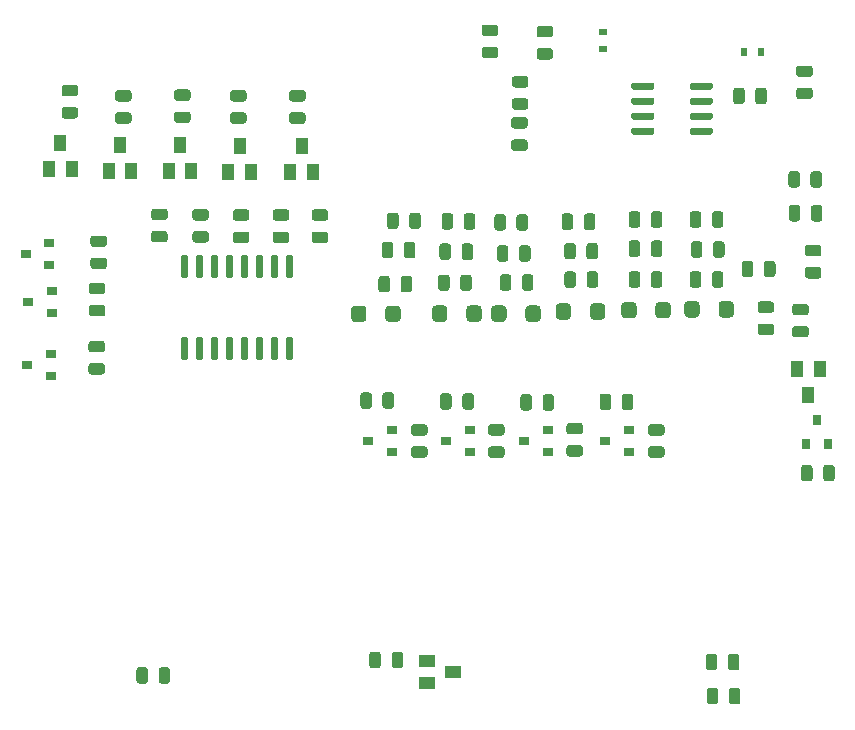
<source format=gbr>
G04 #@! TF.GenerationSoftware,KiCad,Pcbnew,(5.1.6-0-10_14)*
G04 #@! TF.CreationDate,2020-09-03T17:39:19-04:00*
G04 #@! TF.ProjectId,Pufferfish-Interface-2,50756666-6572-4666-9973-682d496e7465,rev?*
G04 #@! TF.SameCoordinates,Original*
G04 #@! TF.FileFunction,Paste,Top*
G04 #@! TF.FilePolarity,Positive*
%FSLAX46Y46*%
G04 Gerber Fmt 4.6, Leading zero omitted, Abs format (unit mm)*
G04 Created by KiCad (PCBNEW (5.1.6-0-10_14)) date 2020-09-03 17:39:19*
%MOMM*%
%LPD*%
G01*
G04 APERTURE LIST*
%ADD10R,0.800000X0.900000*%
%ADD11R,1.000000X1.400000*%
%ADD12R,0.600000X0.700000*%
%ADD13R,0.700000X0.600000*%
%ADD14R,1.400000X1.000000*%
%ADD15R,0.900000X0.800000*%
G04 APERTURE END LIST*
G36*
G01*
X70012500Y-36956250D02*
X70012500Y-36043750D01*
G75*
G02*
X70256250Y-35800000I243750J0D01*
G01*
X70743750Y-35800000D01*
G75*
G02*
X70987500Y-36043750I0J-243750D01*
G01*
X70987500Y-36956250D01*
G75*
G02*
X70743750Y-37200000I-243750J0D01*
G01*
X70256250Y-37200000D01*
G75*
G02*
X70012500Y-36956250I0J243750D01*
G01*
G37*
G36*
G01*
X68137500Y-36956250D02*
X68137500Y-36043750D01*
G75*
G02*
X68381250Y-35800000I243750J0D01*
G01*
X68868750Y-35800000D01*
G75*
G02*
X69112500Y-36043750I0J-243750D01*
G01*
X69112500Y-36956250D01*
G75*
G02*
X68868750Y-37200000I-243750J0D01*
G01*
X68381250Y-37200000D01*
G75*
G02*
X68137500Y-36956250I0J243750D01*
G01*
G37*
D10*
X69500000Y-32000000D03*
X70450000Y-34000000D03*
X68550000Y-34000000D03*
D11*
X68750000Y-29850000D03*
X67800000Y-27650000D03*
X69700000Y-27650000D03*
G36*
G01*
X36900000Y-23375000D02*
X36900000Y-22625000D01*
G75*
G02*
X37225000Y-22300000I325000J0D01*
G01*
X37875000Y-22300000D01*
G75*
G02*
X38200000Y-22625000I0J-325000D01*
G01*
X38200000Y-23375000D01*
G75*
G02*
X37875000Y-23700000I-325000J0D01*
G01*
X37225000Y-23700000D01*
G75*
G02*
X36900000Y-23375000I0J325000D01*
G01*
G37*
G36*
G01*
X39800000Y-23375000D02*
X39800000Y-22625000D01*
G75*
G02*
X40125000Y-22300000I325000J0D01*
G01*
X40775000Y-22300000D01*
G75*
G02*
X41100000Y-22625000I0J-325000D01*
G01*
X41100000Y-23375000D01*
G75*
G02*
X40775000Y-23700000I-325000J0D01*
G01*
X40125000Y-23700000D01*
G75*
G02*
X39800000Y-23375000I0J325000D01*
G01*
G37*
G36*
G01*
X39280000Y-20846250D02*
X39280000Y-19933750D01*
G75*
G02*
X39523750Y-19690000I243750J0D01*
G01*
X40011250Y-19690000D01*
G75*
G02*
X40255000Y-19933750I0J-243750D01*
G01*
X40255000Y-20846250D01*
G75*
G02*
X40011250Y-21090000I-243750J0D01*
G01*
X39523750Y-21090000D01*
G75*
G02*
X39280000Y-20846250I0J243750D01*
G01*
G37*
G36*
G01*
X37405000Y-20846250D02*
X37405000Y-19933750D01*
G75*
G02*
X37648750Y-19690000I243750J0D01*
G01*
X38136250Y-19690000D01*
G75*
G02*
X38380000Y-19933750I0J-243750D01*
G01*
X38380000Y-20846250D01*
G75*
G02*
X38136250Y-21090000I-243750J0D01*
G01*
X37648750Y-21090000D01*
G75*
G02*
X37405000Y-20846250I0J243750D01*
G01*
G37*
G36*
G01*
X38500000Y-17303750D02*
X38500000Y-18216250D01*
G75*
G02*
X38256250Y-18460000I-243750J0D01*
G01*
X37768750Y-18460000D01*
G75*
G02*
X37525000Y-18216250I0J243750D01*
G01*
X37525000Y-17303750D01*
G75*
G02*
X37768750Y-17060000I243750J0D01*
G01*
X38256250Y-17060000D01*
G75*
G02*
X38500000Y-17303750I0J-243750D01*
G01*
G37*
G36*
G01*
X40375000Y-17303750D02*
X40375000Y-18216250D01*
G75*
G02*
X40131250Y-18460000I-243750J0D01*
G01*
X39643750Y-18460000D01*
G75*
G02*
X39400000Y-18216250I0J243750D01*
G01*
X39400000Y-17303750D01*
G75*
G02*
X39643750Y-17060000I243750J0D01*
G01*
X40131250Y-17060000D01*
G75*
G02*
X40375000Y-17303750I0J-243750D01*
G01*
G37*
G36*
G01*
X39578700Y-15640370D02*
X39578700Y-14727870D01*
G75*
G02*
X39822450Y-14484120I243750J0D01*
G01*
X40309950Y-14484120D01*
G75*
G02*
X40553700Y-14727870I0J-243750D01*
G01*
X40553700Y-15640370D01*
G75*
G02*
X40309950Y-15884120I-243750J0D01*
G01*
X39822450Y-15884120D01*
G75*
G02*
X39578700Y-15640370I0J243750D01*
G01*
G37*
G36*
G01*
X37703700Y-15640370D02*
X37703700Y-14727870D01*
G75*
G02*
X37947450Y-14484120I243750J0D01*
G01*
X38434950Y-14484120D01*
G75*
G02*
X38678700Y-14727870I0J-243750D01*
G01*
X38678700Y-15640370D01*
G75*
G02*
X38434950Y-15884120I-243750J0D01*
G01*
X37947450Y-15884120D01*
G75*
G02*
X37703700Y-15640370I0J243750D01*
G01*
G37*
G36*
G01*
X16085960Y-20021780D02*
X15785960Y-20021780D01*
G75*
G02*
X15635960Y-19871780I0J150000D01*
G01*
X15635960Y-18196780D01*
G75*
G02*
X15785960Y-18046780I150000J0D01*
G01*
X16085960Y-18046780D01*
G75*
G02*
X16235960Y-18196780I0J-150000D01*
G01*
X16235960Y-19871780D01*
G75*
G02*
X16085960Y-20021780I-150000J0D01*
G01*
G37*
G36*
G01*
X17355960Y-20021780D02*
X17055960Y-20021780D01*
G75*
G02*
X16905960Y-19871780I0J150000D01*
G01*
X16905960Y-18196780D01*
G75*
G02*
X17055960Y-18046780I150000J0D01*
G01*
X17355960Y-18046780D01*
G75*
G02*
X17505960Y-18196780I0J-150000D01*
G01*
X17505960Y-19871780D01*
G75*
G02*
X17355960Y-20021780I-150000J0D01*
G01*
G37*
G36*
G01*
X18625960Y-20021780D02*
X18325960Y-20021780D01*
G75*
G02*
X18175960Y-19871780I0J150000D01*
G01*
X18175960Y-18196780D01*
G75*
G02*
X18325960Y-18046780I150000J0D01*
G01*
X18625960Y-18046780D01*
G75*
G02*
X18775960Y-18196780I0J-150000D01*
G01*
X18775960Y-19871780D01*
G75*
G02*
X18625960Y-20021780I-150000J0D01*
G01*
G37*
G36*
G01*
X19895960Y-20021780D02*
X19595960Y-20021780D01*
G75*
G02*
X19445960Y-19871780I0J150000D01*
G01*
X19445960Y-18196780D01*
G75*
G02*
X19595960Y-18046780I150000J0D01*
G01*
X19895960Y-18046780D01*
G75*
G02*
X20045960Y-18196780I0J-150000D01*
G01*
X20045960Y-19871780D01*
G75*
G02*
X19895960Y-20021780I-150000J0D01*
G01*
G37*
G36*
G01*
X21165960Y-20021780D02*
X20865960Y-20021780D01*
G75*
G02*
X20715960Y-19871780I0J150000D01*
G01*
X20715960Y-18196780D01*
G75*
G02*
X20865960Y-18046780I150000J0D01*
G01*
X21165960Y-18046780D01*
G75*
G02*
X21315960Y-18196780I0J-150000D01*
G01*
X21315960Y-19871780D01*
G75*
G02*
X21165960Y-20021780I-150000J0D01*
G01*
G37*
G36*
G01*
X22435960Y-20021780D02*
X22135960Y-20021780D01*
G75*
G02*
X21985960Y-19871780I0J150000D01*
G01*
X21985960Y-18196780D01*
G75*
G02*
X22135960Y-18046780I150000J0D01*
G01*
X22435960Y-18046780D01*
G75*
G02*
X22585960Y-18196780I0J-150000D01*
G01*
X22585960Y-19871780D01*
G75*
G02*
X22435960Y-20021780I-150000J0D01*
G01*
G37*
G36*
G01*
X23705960Y-20021780D02*
X23405960Y-20021780D01*
G75*
G02*
X23255960Y-19871780I0J150000D01*
G01*
X23255960Y-18196780D01*
G75*
G02*
X23405960Y-18046780I150000J0D01*
G01*
X23705960Y-18046780D01*
G75*
G02*
X23855960Y-18196780I0J-150000D01*
G01*
X23855960Y-19871780D01*
G75*
G02*
X23705960Y-20021780I-150000J0D01*
G01*
G37*
G36*
G01*
X24975960Y-20021780D02*
X24675960Y-20021780D01*
G75*
G02*
X24525960Y-19871780I0J150000D01*
G01*
X24525960Y-18196780D01*
G75*
G02*
X24675960Y-18046780I150000J0D01*
G01*
X24975960Y-18046780D01*
G75*
G02*
X25125960Y-18196780I0J-150000D01*
G01*
X25125960Y-19871780D01*
G75*
G02*
X24975960Y-20021780I-150000J0D01*
G01*
G37*
G36*
G01*
X24975960Y-26946780D02*
X24675960Y-26946780D01*
G75*
G02*
X24525960Y-26796780I0J150000D01*
G01*
X24525960Y-25121780D01*
G75*
G02*
X24675960Y-24971780I150000J0D01*
G01*
X24975960Y-24971780D01*
G75*
G02*
X25125960Y-25121780I0J-150000D01*
G01*
X25125960Y-26796780D01*
G75*
G02*
X24975960Y-26946780I-150000J0D01*
G01*
G37*
G36*
G01*
X23705960Y-26946780D02*
X23405960Y-26946780D01*
G75*
G02*
X23255960Y-26796780I0J150000D01*
G01*
X23255960Y-25121780D01*
G75*
G02*
X23405960Y-24971780I150000J0D01*
G01*
X23705960Y-24971780D01*
G75*
G02*
X23855960Y-25121780I0J-150000D01*
G01*
X23855960Y-26796780D01*
G75*
G02*
X23705960Y-26946780I-150000J0D01*
G01*
G37*
G36*
G01*
X22435960Y-26946780D02*
X22135960Y-26946780D01*
G75*
G02*
X21985960Y-26796780I0J150000D01*
G01*
X21985960Y-25121780D01*
G75*
G02*
X22135960Y-24971780I150000J0D01*
G01*
X22435960Y-24971780D01*
G75*
G02*
X22585960Y-25121780I0J-150000D01*
G01*
X22585960Y-26796780D01*
G75*
G02*
X22435960Y-26946780I-150000J0D01*
G01*
G37*
G36*
G01*
X21165960Y-26946780D02*
X20865960Y-26946780D01*
G75*
G02*
X20715960Y-26796780I0J150000D01*
G01*
X20715960Y-25121780D01*
G75*
G02*
X20865960Y-24971780I150000J0D01*
G01*
X21165960Y-24971780D01*
G75*
G02*
X21315960Y-25121780I0J-150000D01*
G01*
X21315960Y-26796780D01*
G75*
G02*
X21165960Y-26946780I-150000J0D01*
G01*
G37*
G36*
G01*
X19895960Y-26946780D02*
X19595960Y-26946780D01*
G75*
G02*
X19445960Y-26796780I0J150000D01*
G01*
X19445960Y-25121780D01*
G75*
G02*
X19595960Y-24971780I150000J0D01*
G01*
X19895960Y-24971780D01*
G75*
G02*
X20045960Y-25121780I0J-150000D01*
G01*
X20045960Y-26796780D01*
G75*
G02*
X19895960Y-26946780I-150000J0D01*
G01*
G37*
G36*
G01*
X18625960Y-26946780D02*
X18325960Y-26946780D01*
G75*
G02*
X18175960Y-26796780I0J150000D01*
G01*
X18175960Y-25121780D01*
G75*
G02*
X18325960Y-24971780I150000J0D01*
G01*
X18625960Y-24971780D01*
G75*
G02*
X18775960Y-25121780I0J-150000D01*
G01*
X18775960Y-26796780D01*
G75*
G02*
X18625960Y-26946780I-150000J0D01*
G01*
G37*
G36*
G01*
X17355960Y-26946780D02*
X17055960Y-26946780D01*
G75*
G02*
X16905960Y-26796780I0J150000D01*
G01*
X16905960Y-25121780D01*
G75*
G02*
X17055960Y-24971780I150000J0D01*
G01*
X17355960Y-24971780D01*
G75*
G02*
X17505960Y-25121780I0J-150000D01*
G01*
X17505960Y-26796780D01*
G75*
G02*
X17355960Y-26946780I-150000J0D01*
G01*
G37*
G36*
G01*
X16085960Y-26946780D02*
X15785960Y-26946780D01*
G75*
G02*
X15635960Y-26796780I0J150000D01*
G01*
X15635960Y-25121780D01*
G75*
G02*
X15785960Y-24971780I150000J0D01*
G01*
X16085960Y-24971780D01*
G75*
G02*
X16235960Y-25121780I0J-150000D01*
G01*
X16235960Y-26796780D01*
G75*
G02*
X16085960Y-26946780I-150000J0D01*
G01*
G37*
G36*
G01*
X33610000Y-17173750D02*
X33610000Y-18086250D01*
G75*
G02*
X33366250Y-18330000I-243750J0D01*
G01*
X32878750Y-18330000D01*
G75*
G02*
X32635000Y-18086250I0J243750D01*
G01*
X32635000Y-17173750D01*
G75*
G02*
X32878750Y-16930000I243750J0D01*
G01*
X33366250Y-16930000D01*
G75*
G02*
X33610000Y-17173750I0J-243750D01*
G01*
G37*
G36*
G01*
X35485000Y-17173750D02*
X35485000Y-18086250D01*
G75*
G02*
X35241250Y-18330000I-243750J0D01*
G01*
X34753750Y-18330000D01*
G75*
G02*
X34510000Y-18086250I0J243750D01*
G01*
X34510000Y-17173750D01*
G75*
G02*
X34753750Y-16930000I243750J0D01*
G01*
X35241250Y-16930000D01*
G75*
G02*
X35485000Y-17173750I0J-243750D01*
G01*
G37*
G36*
G01*
X34957500Y-15596250D02*
X34957500Y-14683750D01*
G75*
G02*
X35201250Y-14440000I243750J0D01*
G01*
X35688750Y-14440000D01*
G75*
G02*
X35932500Y-14683750I0J-243750D01*
G01*
X35932500Y-15596250D01*
G75*
G02*
X35688750Y-15840000I-243750J0D01*
G01*
X35201250Y-15840000D01*
G75*
G02*
X34957500Y-15596250I0J243750D01*
G01*
G37*
G36*
G01*
X33082500Y-15596250D02*
X33082500Y-14683750D01*
G75*
G02*
X33326250Y-14440000I243750J0D01*
G01*
X33813750Y-14440000D01*
G75*
G02*
X34057500Y-14683750I0J-243750D01*
G01*
X34057500Y-15596250D01*
G75*
G02*
X33813750Y-15840000I-243750J0D01*
G01*
X33326250Y-15840000D01*
G75*
G02*
X33082500Y-15596250I0J243750D01*
G01*
G37*
G36*
G01*
X67623750Y-24040000D02*
X68536250Y-24040000D01*
G75*
G02*
X68780000Y-24283750I0J-243750D01*
G01*
X68780000Y-24771250D01*
G75*
G02*
X68536250Y-25015000I-243750J0D01*
G01*
X67623750Y-25015000D01*
G75*
G02*
X67380000Y-24771250I0J243750D01*
G01*
X67380000Y-24283750D01*
G75*
G02*
X67623750Y-24040000I243750J0D01*
G01*
G37*
G36*
G01*
X67623750Y-22165000D02*
X68536250Y-22165000D01*
G75*
G02*
X68780000Y-22408750I0J-243750D01*
G01*
X68780000Y-22896250D01*
G75*
G02*
X68536250Y-23140000I-243750J0D01*
G01*
X67623750Y-23140000D01*
G75*
G02*
X67380000Y-22896250I0J243750D01*
G01*
X67380000Y-22408750D01*
G75*
G02*
X67623750Y-22165000I243750J0D01*
G01*
G37*
G36*
G01*
X5774370Y-5504360D02*
X6686870Y-5504360D01*
G75*
G02*
X6930620Y-5748110I0J-243750D01*
G01*
X6930620Y-6235610D01*
G75*
G02*
X6686870Y-6479360I-243750J0D01*
G01*
X5774370Y-6479360D01*
G75*
G02*
X5530620Y-6235610I0J243750D01*
G01*
X5530620Y-5748110D01*
G75*
G02*
X5774370Y-5504360I243750J0D01*
G01*
G37*
G36*
G01*
X5774370Y-3629360D02*
X6686870Y-3629360D01*
G75*
G02*
X6930620Y-3873110I0J-243750D01*
G01*
X6930620Y-4360610D01*
G75*
G02*
X6686870Y-4604360I-243750J0D01*
G01*
X5774370Y-4604360D01*
G75*
G02*
X5530620Y-4360610I0J243750D01*
G01*
X5530620Y-3873110D01*
G75*
G02*
X5774370Y-3629360I243750J0D01*
G01*
G37*
G36*
G01*
X30040000Y-23395000D02*
X30040000Y-22645000D01*
G75*
G02*
X30365000Y-22320000I325000J0D01*
G01*
X31015000Y-22320000D01*
G75*
G02*
X31340000Y-22645000I0J-325000D01*
G01*
X31340000Y-23395000D01*
G75*
G02*
X31015000Y-23720000I-325000J0D01*
G01*
X30365000Y-23720000D01*
G75*
G02*
X30040000Y-23395000I0J325000D01*
G01*
G37*
G36*
G01*
X32940000Y-23395000D02*
X32940000Y-22645000D01*
G75*
G02*
X33265000Y-22320000I325000J0D01*
G01*
X33915000Y-22320000D01*
G75*
G02*
X34240000Y-22645000I0J-325000D01*
G01*
X34240000Y-23395000D01*
G75*
G02*
X33915000Y-23720000I-325000J0D01*
G01*
X33265000Y-23720000D01*
G75*
G02*
X32940000Y-23395000I0J325000D01*
G01*
G37*
G36*
G01*
X34235480Y-20957750D02*
X34235480Y-20045250D01*
G75*
G02*
X34479230Y-19801500I243750J0D01*
G01*
X34966730Y-19801500D01*
G75*
G02*
X35210480Y-20045250I0J-243750D01*
G01*
X35210480Y-20957750D01*
G75*
G02*
X34966730Y-21201500I-243750J0D01*
G01*
X34479230Y-21201500D01*
G75*
G02*
X34235480Y-20957750I0J243750D01*
G01*
G37*
G36*
G01*
X32360480Y-20957750D02*
X32360480Y-20045250D01*
G75*
G02*
X32604230Y-19801500I243750J0D01*
G01*
X33091730Y-19801500D01*
G75*
G02*
X33335480Y-20045250I0J-243750D01*
G01*
X33335480Y-20957750D01*
G75*
G02*
X33091730Y-21201500I-243750J0D01*
G01*
X32604230Y-21201500D01*
G75*
G02*
X32360480Y-20957750I0J243750D01*
G01*
G37*
G36*
G01*
X58720000Y-3885000D02*
X58720000Y-3585000D01*
G75*
G02*
X58870000Y-3435000I150000J0D01*
G01*
X60520000Y-3435000D01*
G75*
G02*
X60670000Y-3585000I0J-150000D01*
G01*
X60670000Y-3885000D01*
G75*
G02*
X60520000Y-4035000I-150000J0D01*
G01*
X58870000Y-4035000D01*
G75*
G02*
X58720000Y-3885000I0J150000D01*
G01*
G37*
G36*
G01*
X58720000Y-5155000D02*
X58720000Y-4855000D01*
G75*
G02*
X58870000Y-4705000I150000J0D01*
G01*
X60520000Y-4705000D01*
G75*
G02*
X60670000Y-4855000I0J-150000D01*
G01*
X60670000Y-5155000D01*
G75*
G02*
X60520000Y-5305000I-150000J0D01*
G01*
X58870000Y-5305000D01*
G75*
G02*
X58720000Y-5155000I0J150000D01*
G01*
G37*
G36*
G01*
X58720000Y-6425000D02*
X58720000Y-6125000D01*
G75*
G02*
X58870000Y-5975000I150000J0D01*
G01*
X60520000Y-5975000D01*
G75*
G02*
X60670000Y-6125000I0J-150000D01*
G01*
X60670000Y-6425000D01*
G75*
G02*
X60520000Y-6575000I-150000J0D01*
G01*
X58870000Y-6575000D01*
G75*
G02*
X58720000Y-6425000I0J150000D01*
G01*
G37*
G36*
G01*
X58720000Y-7695000D02*
X58720000Y-7395000D01*
G75*
G02*
X58870000Y-7245000I150000J0D01*
G01*
X60520000Y-7245000D01*
G75*
G02*
X60670000Y-7395000I0J-150000D01*
G01*
X60670000Y-7695000D01*
G75*
G02*
X60520000Y-7845000I-150000J0D01*
G01*
X58870000Y-7845000D01*
G75*
G02*
X58720000Y-7695000I0J150000D01*
G01*
G37*
G36*
G01*
X53770000Y-7695000D02*
X53770000Y-7395000D01*
G75*
G02*
X53920000Y-7245000I150000J0D01*
G01*
X55570000Y-7245000D01*
G75*
G02*
X55720000Y-7395000I0J-150000D01*
G01*
X55720000Y-7695000D01*
G75*
G02*
X55570000Y-7845000I-150000J0D01*
G01*
X53920000Y-7845000D01*
G75*
G02*
X53770000Y-7695000I0J150000D01*
G01*
G37*
G36*
G01*
X53770000Y-6425000D02*
X53770000Y-6125000D01*
G75*
G02*
X53920000Y-5975000I150000J0D01*
G01*
X55570000Y-5975000D01*
G75*
G02*
X55720000Y-6125000I0J-150000D01*
G01*
X55720000Y-6425000D01*
G75*
G02*
X55570000Y-6575000I-150000J0D01*
G01*
X53920000Y-6575000D01*
G75*
G02*
X53770000Y-6425000I0J150000D01*
G01*
G37*
G36*
G01*
X53770000Y-5155000D02*
X53770000Y-4855000D01*
G75*
G02*
X53920000Y-4705000I150000J0D01*
G01*
X55570000Y-4705000D01*
G75*
G02*
X55720000Y-4855000I0J-150000D01*
G01*
X55720000Y-5155000D01*
G75*
G02*
X55570000Y-5305000I-150000J0D01*
G01*
X53920000Y-5305000D01*
G75*
G02*
X53770000Y-5155000I0J150000D01*
G01*
G37*
G36*
G01*
X53770000Y-3885000D02*
X53770000Y-3585000D01*
G75*
G02*
X53920000Y-3435000I150000J0D01*
G01*
X55570000Y-3435000D01*
G75*
G02*
X55720000Y-3585000I0J-150000D01*
G01*
X55720000Y-3885000D01*
G75*
G02*
X55570000Y-4035000I-150000J0D01*
G01*
X53920000Y-4035000D01*
G75*
G02*
X53770000Y-3885000I0J150000D01*
G01*
G37*
G36*
G01*
X13742500Y-54086250D02*
X13742500Y-53173750D01*
G75*
G02*
X13986250Y-52930000I243750J0D01*
G01*
X14473750Y-52930000D01*
G75*
G02*
X14717500Y-53173750I0J-243750D01*
G01*
X14717500Y-54086250D01*
G75*
G02*
X14473750Y-54330000I-243750J0D01*
G01*
X13986250Y-54330000D01*
G75*
G02*
X13742500Y-54086250I0J243750D01*
G01*
G37*
G36*
G01*
X11867500Y-54086250D02*
X11867500Y-53173750D01*
G75*
G02*
X12111250Y-52930000I243750J0D01*
G01*
X12598750Y-52930000D01*
G75*
G02*
X12842500Y-53173750I0J-243750D01*
G01*
X12842500Y-54086250D01*
G75*
G02*
X12598750Y-54330000I-243750J0D01*
G01*
X12111250Y-54330000D01*
G75*
G02*
X11867500Y-54086250I0J243750D01*
G01*
G37*
G36*
G01*
X8215310Y-18260720D02*
X9127810Y-18260720D01*
G75*
G02*
X9371560Y-18504470I0J-243750D01*
G01*
X9371560Y-18991970D01*
G75*
G02*
X9127810Y-19235720I-243750J0D01*
G01*
X8215310Y-19235720D01*
G75*
G02*
X7971560Y-18991970I0J243750D01*
G01*
X7971560Y-18504470D01*
G75*
G02*
X8215310Y-18260720I243750J0D01*
G01*
G37*
G36*
G01*
X8215310Y-16385720D02*
X9127810Y-16385720D01*
G75*
G02*
X9371560Y-16629470I0J-243750D01*
G01*
X9371560Y-17116970D01*
G75*
G02*
X9127810Y-17360720I-243750J0D01*
G01*
X8215310Y-17360720D01*
G75*
G02*
X7971560Y-17116970I0J243750D01*
G01*
X7971560Y-16629470D01*
G75*
G02*
X8215310Y-16385720I243750J0D01*
G01*
G37*
G36*
G01*
X16838610Y-16020200D02*
X17751110Y-16020200D01*
G75*
G02*
X17994860Y-16263950I0J-243750D01*
G01*
X17994860Y-16751450D01*
G75*
G02*
X17751110Y-16995200I-243750J0D01*
G01*
X16838610Y-16995200D01*
G75*
G02*
X16594860Y-16751450I0J243750D01*
G01*
X16594860Y-16263950D01*
G75*
G02*
X16838610Y-16020200I243750J0D01*
G01*
G37*
G36*
G01*
X16838610Y-14145200D02*
X17751110Y-14145200D01*
G75*
G02*
X17994860Y-14388950I0J-243750D01*
G01*
X17994860Y-14876450D01*
G75*
G02*
X17751110Y-15120200I-243750J0D01*
G01*
X16838610Y-15120200D01*
G75*
G02*
X16594860Y-14876450I0J243750D01*
G01*
X16594860Y-14388950D01*
G75*
G02*
X16838610Y-14145200I243750J0D01*
G01*
G37*
G36*
G01*
X8083230Y-22258440D02*
X8995730Y-22258440D01*
G75*
G02*
X9239480Y-22502190I0J-243750D01*
G01*
X9239480Y-22989690D01*
G75*
G02*
X8995730Y-23233440I-243750J0D01*
G01*
X8083230Y-23233440D01*
G75*
G02*
X7839480Y-22989690I0J243750D01*
G01*
X7839480Y-22502190D01*
G75*
G02*
X8083230Y-22258440I243750J0D01*
G01*
G37*
G36*
G01*
X8083230Y-20383440D02*
X8995730Y-20383440D01*
G75*
G02*
X9239480Y-20627190I0J-243750D01*
G01*
X9239480Y-21114690D01*
G75*
G02*
X8995730Y-21358440I-243750J0D01*
G01*
X8083230Y-21358440D01*
G75*
G02*
X7839480Y-21114690I0J243750D01*
G01*
X7839480Y-20627190D01*
G75*
G02*
X8083230Y-20383440I243750J0D01*
G01*
G37*
G36*
G01*
X23648350Y-16045600D02*
X24560850Y-16045600D01*
G75*
G02*
X24804600Y-16289350I0J-243750D01*
G01*
X24804600Y-16776850D01*
G75*
G02*
X24560850Y-17020600I-243750J0D01*
G01*
X23648350Y-17020600D01*
G75*
G02*
X23404600Y-16776850I0J243750D01*
G01*
X23404600Y-16289350D01*
G75*
G02*
X23648350Y-16045600I243750J0D01*
G01*
G37*
G36*
G01*
X23648350Y-14170600D02*
X24560850Y-14170600D01*
G75*
G02*
X24804600Y-14414350I0J-243750D01*
G01*
X24804600Y-14901850D01*
G75*
G02*
X24560850Y-15145600I-243750J0D01*
G01*
X23648350Y-15145600D01*
G75*
G02*
X23404600Y-14901850I0J243750D01*
G01*
X23404600Y-14414350D01*
G75*
G02*
X23648350Y-14170600I243750J0D01*
G01*
G37*
G36*
G01*
X62027500Y-55836250D02*
X62027500Y-54923750D01*
G75*
G02*
X62271250Y-54680000I243750J0D01*
G01*
X62758750Y-54680000D01*
G75*
G02*
X63002500Y-54923750I0J-243750D01*
G01*
X63002500Y-55836250D01*
G75*
G02*
X62758750Y-56080000I-243750J0D01*
G01*
X62271250Y-56080000D01*
G75*
G02*
X62027500Y-55836250I0J243750D01*
G01*
G37*
G36*
G01*
X60152500Y-55836250D02*
X60152500Y-54923750D01*
G75*
G02*
X60396250Y-54680000I243750J0D01*
G01*
X60883750Y-54680000D01*
G75*
G02*
X61127500Y-54923750I0J-243750D01*
G01*
X61127500Y-55836250D01*
G75*
G02*
X60883750Y-56080000I-243750J0D01*
G01*
X60396250Y-56080000D01*
G75*
G02*
X60152500Y-55836250I0J243750D01*
G01*
G37*
G36*
G01*
X61047500Y-52043750D02*
X61047500Y-52956250D01*
G75*
G02*
X60803750Y-53200000I-243750J0D01*
G01*
X60316250Y-53200000D01*
G75*
G02*
X60072500Y-52956250I0J243750D01*
G01*
X60072500Y-52043750D01*
G75*
G02*
X60316250Y-51800000I243750J0D01*
G01*
X60803750Y-51800000D01*
G75*
G02*
X61047500Y-52043750I0J-243750D01*
G01*
G37*
G36*
G01*
X62922500Y-52043750D02*
X62922500Y-52956250D01*
G75*
G02*
X62678750Y-53200000I-243750J0D01*
G01*
X62191250Y-53200000D01*
G75*
G02*
X61947500Y-52956250I0J243750D01*
G01*
X61947500Y-52043750D01*
G75*
G02*
X62191250Y-51800000I243750J0D01*
G01*
X62678750Y-51800000D01*
G75*
G02*
X62922500Y-52043750I0J-243750D01*
G01*
G37*
G36*
G01*
X68703750Y-19050000D02*
X69616250Y-19050000D01*
G75*
G02*
X69860000Y-19293750I0J-243750D01*
G01*
X69860000Y-19781250D01*
G75*
G02*
X69616250Y-20025000I-243750J0D01*
G01*
X68703750Y-20025000D01*
G75*
G02*
X68460000Y-19781250I0J243750D01*
G01*
X68460000Y-19293750D01*
G75*
G02*
X68703750Y-19050000I243750J0D01*
G01*
G37*
G36*
G01*
X68703750Y-17175000D02*
X69616250Y-17175000D01*
G75*
G02*
X69860000Y-17418750I0J-243750D01*
G01*
X69860000Y-17906250D01*
G75*
G02*
X69616250Y-18150000I-243750J0D01*
G01*
X68703750Y-18150000D01*
G75*
G02*
X68460000Y-17906250I0J243750D01*
G01*
X68460000Y-17418750D01*
G75*
G02*
X68703750Y-17175000I243750J0D01*
G01*
G37*
G36*
G01*
X68932500Y-12096250D02*
X68932500Y-11183750D01*
G75*
G02*
X69176250Y-10940000I243750J0D01*
G01*
X69663750Y-10940000D01*
G75*
G02*
X69907500Y-11183750I0J-243750D01*
G01*
X69907500Y-12096250D01*
G75*
G02*
X69663750Y-12340000I-243750J0D01*
G01*
X69176250Y-12340000D01*
G75*
G02*
X68932500Y-12096250I0J243750D01*
G01*
G37*
G36*
G01*
X67057500Y-12096250D02*
X67057500Y-11183750D01*
G75*
G02*
X67301250Y-10940000I243750J0D01*
G01*
X67788750Y-10940000D01*
G75*
G02*
X68032500Y-11183750I0J-243750D01*
G01*
X68032500Y-12096250D01*
G75*
G02*
X67788750Y-12340000I-243750J0D01*
G01*
X67301250Y-12340000D01*
G75*
G02*
X67057500Y-12096250I0J243750D01*
G01*
G37*
G36*
G01*
X64100000Y-18763750D02*
X64100000Y-19676250D01*
G75*
G02*
X63856250Y-19920000I-243750J0D01*
G01*
X63368750Y-19920000D01*
G75*
G02*
X63125000Y-19676250I0J243750D01*
G01*
X63125000Y-18763750D01*
G75*
G02*
X63368750Y-18520000I243750J0D01*
G01*
X63856250Y-18520000D01*
G75*
G02*
X64100000Y-18763750I0J-243750D01*
G01*
G37*
G36*
G01*
X65975000Y-18763750D02*
X65975000Y-19676250D01*
G75*
G02*
X65731250Y-19920000I-243750J0D01*
G01*
X65243750Y-19920000D01*
G75*
G02*
X65000000Y-19676250I0J243750D01*
G01*
X65000000Y-18763750D01*
G75*
G02*
X65243750Y-18520000I243750J0D01*
G01*
X65731250Y-18520000D01*
G75*
G02*
X65975000Y-18763750I0J-243750D01*
G01*
G37*
G36*
G01*
X65616250Y-22940000D02*
X64703750Y-22940000D01*
G75*
G02*
X64460000Y-22696250I0J243750D01*
G01*
X64460000Y-22208750D01*
G75*
G02*
X64703750Y-21965000I243750J0D01*
G01*
X65616250Y-21965000D01*
G75*
G02*
X65860000Y-22208750I0J-243750D01*
G01*
X65860000Y-22696250D01*
G75*
G02*
X65616250Y-22940000I-243750J0D01*
G01*
G37*
G36*
G01*
X65616250Y-24815000D02*
X64703750Y-24815000D01*
G75*
G02*
X64460000Y-24571250I0J243750D01*
G01*
X64460000Y-24083750D01*
G75*
G02*
X64703750Y-23840000I243750J0D01*
G01*
X65616250Y-23840000D01*
G75*
G02*
X65860000Y-24083750I0J-243750D01*
G01*
X65860000Y-24571250D01*
G75*
G02*
X65616250Y-24815000I-243750J0D01*
G01*
G37*
G36*
G01*
X46896250Y390000D02*
X45983750Y390000D01*
G75*
G02*
X45740000Y633750I0J243750D01*
G01*
X45740000Y1121250D01*
G75*
G02*
X45983750Y1365000I243750J0D01*
G01*
X46896250Y1365000D01*
G75*
G02*
X47140000Y1121250I0J-243750D01*
G01*
X47140000Y633750D01*
G75*
G02*
X46896250Y390000I-243750J0D01*
G01*
G37*
G36*
G01*
X46896250Y-1485000D02*
X45983750Y-1485000D01*
G75*
G02*
X45740000Y-1241250I0J243750D01*
G01*
X45740000Y-753750D01*
G75*
G02*
X45983750Y-510000I243750J0D01*
G01*
X46896250Y-510000D01*
G75*
G02*
X47140000Y-753750I0J-243750D01*
G01*
X47140000Y-1241250D01*
G75*
G02*
X46896250Y-1485000I-243750J0D01*
G01*
G37*
G36*
G01*
X44807430Y-3860000D02*
X43894930Y-3860000D01*
G75*
G02*
X43651180Y-3616250I0J243750D01*
G01*
X43651180Y-3128750D01*
G75*
G02*
X43894930Y-2885000I243750J0D01*
G01*
X44807430Y-2885000D01*
G75*
G02*
X45051180Y-3128750I0J-243750D01*
G01*
X45051180Y-3616250D01*
G75*
G02*
X44807430Y-3860000I-243750J0D01*
G01*
G37*
G36*
G01*
X44807430Y-5735000D02*
X43894930Y-5735000D01*
G75*
G02*
X43651180Y-5491250I0J243750D01*
G01*
X43651180Y-5003750D01*
G75*
G02*
X43894930Y-4760000I243750J0D01*
G01*
X44807430Y-4760000D01*
G75*
G02*
X45051180Y-5003750I0J-243750D01*
G01*
X45051180Y-5491250D01*
G75*
G02*
X44807430Y-5735000I-243750J0D01*
G01*
G37*
G36*
G01*
X64260000Y-5026250D02*
X64260000Y-4113750D01*
G75*
G02*
X64503750Y-3870000I243750J0D01*
G01*
X64991250Y-3870000D01*
G75*
G02*
X65235000Y-4113750I0J-243750D01*
G01*
X65235000Y-5026250D01*
G75*
G02*
X64991250Y-5270000I-243750J0D01*
G01*
X64503750Y-5270000D01*
G75*
G02*
X64260000Y-5026250I0J243750D01*
G01*
G37*
G36*
G01*
X62385000Y-5026250D02*
X62385000Y-4113750D01*
G75*
G02*
X62628750Y-3870000I243750J0D01*
G01*
X63116250Y-3870000D01*
G75*
G02*
X63360000Y-4113750I0J-243750D01*
G01*
X63360000Y-5026250D01*
G75*
G02*
X63116250Y-5270000I-243750J0D01*
G01*
X62628750Y-5270000D01*
G75*
G02*
X62385000Y-5026250I0J243750D01*
G01*
G37*
G36*
G01*
X13348650Y-15992260D02*
X14261150Y-15992260D01*
G75*
G02*
X14504900Y-16236010I0J-243750D01*
G01*
X14504900Y-16723510D01*
G75*
G02*
X14261150Y-16967260I-243750J0D01*
G01*
X13348650Y-16967260D01*
G75*
G02*
X13104900Y-16723510I0J243750D01*
G01*
X13104900Y-16236010D01*
G75*
G02*
X13348650Y-15992260I243750J0D01*
G01*
G37*
G36*
G01*
X13348650Y-14117260D02*
X14261150Y-14117260D01*
G75*
G02*
X14504900Y-14361010I0J-243750D01*
G01*
X14504900Y-14848510D01*
G75*
G02*
X14261150Y-15092260I-243750J0D01*
G01*
X13348650Y-15092260D01*
G75*
G02*
X13104900Y-14848510I0J243750D01*
G01*
X13104900Y-14361010D01*
G75*
G02*
X13348650Y-14117260I243750J0D01*
G01*
G37*
G36*
G01*
X8045130Y-27183260D02*
X8957630Y-27183260D01*
G75*
G02*
X9201380Y-27427010I0J-243750D01*
G01*
X9201380Y-27914510D01*
G75*
G02*
X8957630Y-28158260I-243750J0D01*
G01*
X8045130Y-28158260D01*
G75*
G02*
X7801380Y-27914510I0J243750D01*
G01*
X7801380Y-27427010D01*
G75*
G02*
X8045130Y-27183260I243750J0D01*
G01*
G37*
G36*
G01*
X8045130Y-25308260D02*
X8957630Y-25308260D01*
G75*
G02*
X9201380Y-25552010I0J-243750D01*
G01*
X9201380Y-26039510D01*
G75*
G02*
X8957630Y-26283260I-243750J0D01*
G01*
X8045130Y-26283260D01*
G75*
G02*
X7801380Y-26039510I0J243750D01*
G01*
X7801380Y-25552010D01*
G75*
G02*
X8045130Y-25308260I243750J0D01*
G01*
G37*
G36*
G01*
X20270150Y-16045600D02*
X21182650Y-16045600D01*
G75*
G02*
X21426400Y-16289350I0J-243750D01*
G01*
X21426400Y-16776850D01*
G75*
G02*
X21182650Y-17020600I-243750J0D01*
G01*
X20270150Y-17020600D01*
G75*
G02*
X20026400Y-16776850I0J243750D01*
G01*
X20026400Y-16289350D01*
G75*
G02*
X20270150Y-16045600I243750J0D01*
G01*
G37*
G36*
G01*
X20270150Y-14170600D02*
X21182650Y-14170600D01*
G75*
G02*
X21426400Y-14414350I0J-243750D01*
G01*
X21426400Y-14901850D01*
G75*
G02*
X21182650Y-15145600I-243750J0D01*
G01*
X20270150Y-15145600D01*
G75*
G02*
X20026400Y-14901850I0J243750D01*
G01*
X20026400Y-14414350D01*
G75*
G02*
X20270150Y-14170600I243750J0D01*
G01*
G37*
G36*
G01*
X26942730Y-16045600D02*
X27855230Y-16045600D01*
G75*
G02*
X28098980Y-16289350I0J-243750D01*
G01*
X28098980Y-16776850D01*
G75*
G02*
X27855230Y-17020600I-243750J0D01*
G01*
X26942730Y-17020600D01*
G75*
G02*
X26698980Y-16776850I0J243750D01*
G01*
X26698980Y-16289350D01*
G75*
G02*
X26942730Y-16045600I243750J0D01*
G01*
G37*
G36*
G01*
X26942730Y-14170600D02*
X27855230Y-14170600D01*
G75*
G02*
X28098980Y-14414350I0J-243750D01*
G01*
X28098980Y-14901850D01*
G75*
G02*
X27855230Y-15145600I-243750J0D01*
G01*
X26942730Y-15145600D01*
G75*
G02*
X26698980Y-14901850I0J243750D01*
G01*
X26698980Y-14414350D01*
G75*
G02*
X26942730Y-14170600I243750J0D01*
G01*
G37*
X5420360Y-8524060D03*
X6370360Y-10724060D03*
X4470360Y-10724060D03*
X10492740Y-8694240D03*
X11442740Y-10894240D03*
X9542740Y-10894240D03*
X20594320Y-8808540D03*
X21544320Y-11008540D03*
X19644320Y-11008540D03*
X15562580Y-8734880D03*
X16512580Y-10934880D03*
X14612580Y-10934880D03*
X25859740Y-8831400D03*
X26809740Y-11031400D03*
X24909740Y-11031400D03*
D12*
X64720000Y-860000D03*
X63320000Y-860000D03*
D13*
X51350000Y810000D03*
X51350000Y-590000D03*
G36*
G01*
X67963750Y-3870000D02*
X68876250Y-3870000D01*
G75*
G02*
X69120000Y-4113750I0J-243750D01*
G01*
X69120000Y-4601250D01*
G75*
G02*
X68876250Y-4845000I-243750J0D01*
G01*
X67963750Y-4845000D01*
G75*
G02*
X67720000Y-4601250I0J243750D01*
G01*
X67720000Y-4113750D01*
G75*
G02*
X67963750Y-3870000I243750J0D01*
G01*
G37*
G36*
G01*
X67963750Y-1995000D02*
X68876250Y-1995000D01*
G75*
G02*
X69120000Y-2238750I0J-243750D01*
G01*
X69120000Y-2726250D01*
G75*
G02*
X68876250Y-2970000I-243750J0D01*
G01*
X67963750Y-2970000D01*
G75*
G02*
X67720000Y-2726250I0J243750D01*
G01*
X67720000Y-2238750D01*
G75*
G02*
X67963750Y-1995000I243750J0D01*
G01*
G37*
G36*
G01*
X68072500Y-14043750D02*
X68072500Y-14956250D01*
G75*
G02*
X67828750Y-15200000I-243750J0D01*
G01*
X67341250Y-15200000D01*
G75*
G02*
X67097500Y-14956250I0J243750D01*
G01*
X67097500Y-14043750D01*
G75*
G02*
X67341250Y-13800000I243750J0D01*
G01*
X67828750Y-13800000D01*
G75*
G02*
X68072500Y-14043750I0J-243750D01*
G01*
G37*
G36*
G01*
X69947500Y-14043750D02*
X69947500Y-14956250D01*
G75*
G02*
X69703750Y-15200000I-243750J0D01*
G01*
X69216250Y-15200000D01*
G75*
G02*
X68972500Y-14956250I0J243750D01*
G01*
X68972500Y-14043750D01*
G75*
G02*
X69216250Y-13800000I243750J0D01*
G01*
X69703750Y-13800000D01*
G75*
G02*
X69947500Y-14043750I0J-243750D01*
G01*
G37*
G36*
G01*
X42246250Y500000D02*
X41333750Y500000D01*
G75*
G02*
X41090000Y743750I0J243750D01*
G01*
X41090000Y1231250D01*
G75*
G02*
X41333750Y1475000I243750J0D01*
G01*
X42246250Y1475000D01*
G75*
G02*
X42490000Y1231250I0J-243750D01*
G01*
X42490000Y743750D01*
G75*
G02*
X42246250Y500000I-243750J0D01*
G01*
G37*
G36*
G01*
X42246250Y-1375000D02*
X41333750Y-1375000D01*
G75*
G02*
X41090000Y-1131250I0J243750D01*
G01*
X41090000Y-643750D01*
G75*
G02*
X41333750Y-400000I243750J0D01*
G01*
X42246250Y-400000D01*
G75*
G02*
X42490000Y-643750I0J-243750D01*
G01*
X42490000Y-1131250D01*
G75*
G02*
X42246250Y-1375000I-243750J0D01*
G01*
G37*
G36*
G01*
X43841590Y-8239800D02*
X44754090Y-8239800D01*
G75*
G02*
X44997840Y-8483550I0J-243750D01*
G01*
X44997840Y-8971050D01*
G75*
G02*
X44754090Y-9214800I-243750J0D01*
G01*
X43841590Y-9214800D01*
G75*
G02*
X43597840Y-8971050I0J243750D01*
G01*
X43597840Y-8483550D01*
G75*
G02*
X43841590Y-8239800I243750J0D01*
G01*
G37*
G36*
G01*
X43841590Y-6364800D02*
X44754090Y-6364800D01*
G75*
G02*
X44997840Y-6608550I0J-243750D01*
G01*
X44997840Y-7096050D01*
G75*
G02*
X44754090Y-7339800I-243750J0D01*
G01*
X43841590Y-7339800D01*
G75*
G02*
X43597840Y-7096050I0J243750D01*
G01*
X43597840Y-6608550D01*
G75*
G02*
X43841590Y-6364800I243750J0D01*
G01*
G37*
D14*
X38692000Y-53340000D03*
X36492000Y-54290000D03*
X36492000Y-52390000D03*
G36*
G01*
X43360000Y-17453750D02*
X43360000Y-18366250D01*
G75*
G02*
X43116250Y-18610000I-243750J0D01*
G01*
X42628750Y-18610000D01*
G75*
G02*
X42385000Y-18366250I0J243750D01*
G01*
X42385000Y-17453750D01*
G75*
G02*
X42628750Y-17210000I243750J0D01*
G01*
X43116250Y-17210000D01*
G75*
G02*
X43360000Y-17453750I0J-243750D01*
G01*
G37*
G36*
G01*
X45235000Y-17453750D02*
X45235000Y-18366250D01*
G75*
G02*
X44991250Y-18610000I-243750J0D01*
G01*
X44503750Y-18610000D01*
G75*
G02*
X44260000Y-18366250I0J243750D01*
G01*
X44260000Y-17453750D01*
G75*
G02*
X44503750Y-17210000I243750J0D01*
G01*
X44991250Y-17210000D01*
G75*
G02*
X45235000Y-17453750I0J-243750D01*
G01*
G37*
G36*
G01*
X49070000Y-17253750D02*
X49070000Y-18166250D01*
G75*
G02*
X48826250Y-18410000I-243750J0D01*
G01*
X48338750Y-18410000D01*
G75*
G02*
X48095000Y-18166250I0J243750D01*
G01*
X48095000Y-17253750D01*
G75*
G02*
X48338750Y-17010000I243750J0D01*
G01*
X48826250Y-17010000D01*
G75*
G02*
X49070000Y-17253750I0J-243750D01*
G01*
G37*
G36*
G01*
X50945000Y-17253750D02*
X50945000Y-18166250D01*
G75*
G02*
X50701250Y-18410000I-243750J0D01*
G01*
X50213750Y-18410000D01*
G75*
G02*
X49970000Y-18166250I0J243750D01*
G01*
X49970000Y-17253750D01*
G75*
G02*
X50213750Y-17010000I243750J0D01*
G01*
X50701250Y-17010000D01*
G75*
G02*
X50945000Y-17253750I0J-243750D01*
G01*
G37*
G36*
G01*
X54520680Y-17043750D02*
X54520680Y-17956250D01*
G75*
G02*
X54276930Y-18200000I-243750J0D01*
G01*
X53789430Y-18200000D01*
G75*
G02*
X53545680Y-17956250I0J243750D01*
G01*
X53545680Y-17043750D01*
G75*
G02*
X53789430Y-16800000I243750J0D01*
G01*
X54276930Y-16800000D01*
G75*
G02*
X54520680Y-17043750I0J-243750D01*
G01*
G37*
G36*
G01*
X56395680Y-17043750D02*
X56395680Y-17956250D01*
G75*
G02*
X56151930Y-18200000I-243750J0D01*
G01*
X55664430Y-18200000D01*
G75*
G02*
X55420680Y-17956250I0J243750D01*
G01*
X55420680Y-17043750D01*
G75*
G02*
X55664430Y-16800000I243750J0D01*
G01*
X56151930Y-16800000D01*
G75*
G02*
X56395680Y-17043750I0J-243750D01*
G01*
G37*
G36*
G01*
X59791420Y-17115470D02*
X59791420Y-18027970D01*
G75*
G02*
X59547670Y-18271720I-243750J0D01*
G01*
X59060170Y-18271720D01*
G75*
G02*
X58816420Y-18027970I0J243750D01*
G01*
X58816420Y-17115470D01*
G75*
G02*
X59060170Y-16871720I243750J0D01*
G01*
X59547670Y-16871720D01*
G75*
G02*
X59791420Y-17115470I0J-243750D01*
G01*
G37*
G36*
G01*
X61666420Y-17115470D02*
X61666420Y-18027970D01*
G75*
G02*
X61422670Y-18271720I-243750J0D01*
G01*
X60935170Y-18271720D01*
G75*
G02*
X60691420Y-18027970I0J243750D01*
G01*
X60691420Y-17115470D01*
G75*
G02*
X60935170Y-16871720I243750J0D01*
G01*
X61422670Y-16871720D01*
G75*
G02*
X61666420Y-17115470I0J-243750D01*
G01*
G37*
G36*
G01*
X44041240Y-15734350D02*
X44041240Y-14821850D01*
G75*
G02*
X44284990Y-14578100I243750J0D01*
G01*
X44772490Y-14578100D01*
G75*
G02*
X45016240Y-14821850I0J-243750D01*
G01*
X45016240Y-15734350D01*
G75*
G02*
X44772490Y-15978100I-243750J0D01*
G01*
X44284990Y-15978100D01*
G75*
G02*
X44041240Y-15734350I0J243750D01*
G01*
G37*
G36*
G01*
X42166240Y-15734350D02*
X42166240Y-14821850D01*
G75*
G02*
X42409990Y-14578100I243750J0D01*
G01*
X42897490Y-14578100D01*
G75*
G02*
X43141240Y-14821850I0J-243750D01*
G01*
X43141240Y-15734350D01*
G75*
G02*
X42897490Y-15978100I-243750J0D01*
G01*
X42409990Y-15978100D01*
G75*
G02*
X42166240Y-15734350I0J243750D01*
G01*
G37*
G36*
G01*
X49743780Y-15673390D02*
X49743780Y-14760890D01*
G75*
G02*
X49987530Y-14517140I243750J0D01*
G01*
X50475030Y-14517140D01*
G75*
G02*
X50718780Y-14760890I0J-243750D01*
G01*
X50718780Y-15673390D01*
G75*
G02*
X50475030Y-15917140I-243750J0D01*
G01*
X49987530Y-15917140D01*
G75*
G02*
X49743780Y-15673390I0J243750D01*
G01*
G37*
G36*
G01*
X47868780Y-15673390D02*
X47868780Y-14760890D01*
G75*
G02*
X48112530Y-14517140I243750J0D01*
G01*
X48600030Y-14517140D01*
G75*
G02*
X48843780Y-14760890I0J-243750D01*
G01*
X48843780Y-15673390D01*
G75*
G02*
X48600030Y-15917140I-243750J0D01*
G01*
X48112530Y-15917140D01*
G75*
G02*
X47868780Y-15673390I0J243750D01*
G01*
G37*
G36*
G01*
X55420680Y-15487970D02*
X55420680Y-14575470D01*
G75*
G02*
X55664430Y-14331720I243750J0D01*
G01*
X56151930Y-14331720D01*
G75*
G02*
X56395680Y-14575470I0J-243750D01*
G01*
X56395680Y-15487970D01*
G75*
G02*
X56151930Y-15731720I-243750J0D01*
G01*
X55664430Y-15731720D01*
G75*
G02*
X55420680Y-15487970I0J243750D01*
G01*
G37*
G36*
G01*
X53545680Y-15487970D02*
X53545680Y-14575470D01*
G75*
G02*
X53789430Y-14331720I243750J0D01*
G01*
X54276930Y-14331720D01*
G75*
G02*
X54520680Y-14575470I0J-243750D01*
G01*
X54520680Y-15487970D01*
G75*
G02*
X54276930Y-15731720I-243750J0D01*
G01*
X53789430Y-15731720D01*
G75*
G02*
X53545680Y-15487970I0J243750D01*
G01*
G37*
G36*
G01*
X60594420Y-15487970D02*
X60594420Y-14575470D01*
G75*
G02*
X60838170Y-14331720I243750J0D01*
G01*
X61325670Y-14331720D01*
G75*
G02*
X61569420Y-14575470I0J-243750D01*
G01*
X61569420Y-15487970D01*
G75*
G02*
X61325670Y-15731720I-243750J0D01*
G01*
X60838170Y-15731720D01*
G75*
G02*
X60594420Y-15487970I0J243750D01*
G01*
G37*
G36*
G01*
X58719420Y-15487970D02*
X58719420Y-14575470D01*
G75*
G02*
X58963170Y-14331720I243750J0D01*
G01*
X59450670Y-14331720D01*
G75*
G02*
X59694420Y-14575470I0J-243750D01*
G01*
X59694420Y-15487970D01*
G75*
G02*
X59450670Y-15731720I-243750J0D01*
G01*
X58963170Y-15731720D01*
G75*
G02*
X58719420Y-15487970I0J243750D01*
G01*
G37*
G36*
G01*
X10293750Y-5950000D02*
X11206250Y-5950000D01*
G75*
G02*
X11450000Y-6193750I0J-243750D01*
G01*
X11450000Y-6681250D01*
G75*
G02*
X11206250Y-6925000I-243750J0D01*
G01*
X10293750Y-6925000D01*
G75*
G02*
X10050000Y-6681250I0J243750D01*
G01*
X10050000Y-6193750D01*
G75*
G02*
X10293750Y-5950000I243750J0D01*
G01*
G37*
G36*
G01*
X10293750Y-4075000D02*
X11206250Y-4075000D01*
G75*
G02*
X11450000Y-4318750I0J-243750D01*
G01*
X11450000Y-4806250D01*
G75*
G02*
X11206250Y-5050000I-243750J0D01*
G01*
X10293750Y-5050000D01*
G75*
G02*
X10050000Y-4806250I0J243750D01*
G01*
X10050000Y-4318750D01*
G75*
G02*
X10293750Y-4075000I243750J0D01*
G01*
G37*
G36*
G01*
X15293750Y-5887500D02*
X16206250Y-5887500D01*
G75*
G02*
X16450000Y-6131250I0J-243750D01*
G01*
X16450000Y-6618750D01*
G75*
G02*
X16206250Y-6862500I-243750J0D01*
G01*
X15293750Y-6862500D01*
G75*
G02*
X15050000Y-6618750I0J243750D01*
G01*
X15050000Y-6131250D01*
G75*
G02*
X15293750Y-5887500I243750J0D01*
G01*
G37*
G36*
G01*
X15293750Y-4012500D02*
X16206250Y-4012500D01*
G75*
G02*
X16450000Y-4256250I0J-243750D01*
G01*
X16450000Y-4743750D01*
G75*
G02*
X16206250Y-4987500I-243750J0D01*
G01*
X15293750Y-4987500D01*
G75*
G02*
X15050000Y-4743750I0J243750D01*
G01*
X15050000Y-4256250D01*
G75*
G02*
X15293750Y-4012500I243750J0D01*
G01*
G37*
G36*
G01*
X20043750Y-5950000D02*
X20956250Y-5950000D01*
G75*
G02*
X21200000Y-6193750I0J-243750D01*
G01*
X21200000Y-6681250D01*
G75*
G02*
X20956250Y-6925000I-243750J0D01*
G01*
X20043750Y-6925000D01*
G75*
G02*
X19800000Y-6681250I0J243750D01*
G01*
X19800000Y-6193750D01*
G75*
G02*
X20043750Y-5950000I243750J0D01*
G01*
G37*
G36*
G01*
X20043750Y-4075000D02*
X20956250Y-4075000D01*
G75*
G02*
X21200000Y-4318750I0J-243750D01*
G01*
X21200000Y-4806250D01*
G75*
G02*
X20956250Y-5050000I-243750J0D01*
G01*
X20043750Y-5050000D01*
G75*
G02*
X19800000Y-4806250I0J243750D01*
G01*
X19800000Y-4318750D01*
G75*
G02*
X20043750Y-4075000I243750J0D01*
G01*
G37*
G36*
G01*
X25043750Y-5950000D02*
X25956250Y-5950000D01*
G75*
G02*
X26200000Y-6193750I0J-243750D01*
G01*
X26200000Y-6681250D01*
G75*
G02*
X25956250Y-6925000I-243750J0D01*
G01*
X25043750Y-6925000D01*
G75*
G02*
X24800000Y-6681250I0J243750D01*
G01*
X24800000Y-6193750D01*
G75*
G02*
X25043750Y-5950000I243750J0D01*
G01*
G37*
G36*
G01*
X25043750Y-4075000D02*
X25956250Y-4075000D01*
G75*
G02*
X26200000Y-4318750I0J-243750D01*
G01*
X26200000Y-4806250D01*
G75*
G02*
X25956250Y-5050000I-243750J0D01*
G01*
X25043750Y-5050000D01*
G75*
G02*
X24800000Y-4806250I0J243750D01*
G01*
X24800000Y-4318750D01*
G75*
G02*
X25043750Y-4075000I243750J0D01*
G01*
G37*
G36*
G01*
X32570000Y-51867750D02*
X32570000Y-52780250D01*
G75*
G02*
X32326250Y-53024000I-243750J0D01*
G01*
X31838750Y-53024000D01*
G75*
G02*
X31595000Y-52780250I0J243750D01*
G01*
X31595000Y-51867750D01*
G75*
G02*
X31838750Y-51624000I243750J0D01*
G01*
X32326250Y-51624000D01*
G75*
G02*
X32570000Y-51867750I0J-243750D01*
G01*
G37*
G36*
G01*
X34445000Y-51867750D02*
X34445000Y-52780250D01*
G75*
G02*
X34201250Y-53024000I-243750J0D01*
G01*
X33713750Y-53024000D01*
G75*
G02*
X33470000Y-52780250I0J243750D01*
G01*
X33470000Y-51867750D01*
G75*
G02*
X33713750Y-51624000I243750J0D01*
G01*
X34201250Y-51624000D01*
G75*
G02*
X34445000Y-51867750I0J-243750D01*
G01*
G37*
G36*
G01*
X52049020Y-30023750D02*
X52049020Y-30936250D01*
G75*
G02*
X51805270Y-31180000I-243750J0D01*
G01*
X51317770Y-31180000D01*
G75*
G02*
X51074020Y-30936250I0J243750D01*
G01*
X51074020Y-30023750D01*
G75*
G02*
X51317770Y-29780000I243750J0D01*
G01*
X51805270Y-29780000D01*
G75*
G02*
X52049020Y-30023750I0J-243750D01*
G01*
G37*
G36*
G01*
X53924020Y-30023750D02*
X53924020Y-30936250D01*
G75*
G02*
X53680270Y-31180000I-243750J0D01*
G01*
X53192770Y-31180000D01*
G75*
G02*
X52949020Y-30936250I0J243750D01*
G01*
X52949020Y-30023750D01*
G75*
G02*
X53192770Y-29780000I243750J0D01*
G01*
X53680270Y-29780000D01*
G75*
G02*
X53924020Y-30023750I0J-243750D01*
G01*
G37*
G36*
G01*
X45348500Y-30061850D02*
X45348500Y-30974350D01*
G75*
G02*
X45104750Y-31218100I-243750J0D01*
G01*
X44617250Y-31218100D01*
G75*
G02*
X44373500Y-30974350I0J243750D01*
G01*
X44373500Y-30061850D01*
G75*
G02*
X44617250Y-29818100I243750J0D01*
G01*
X45104750Y-29818100D01*
G75*
G02*
X45348500Y-30061850I0J-243750D01*
G01*
G37*
G36*
G01*
X47223500Y-30061850D02*
X47223500Y-30974350D01*
G75*
G02*
X46979750Y-31218100I-243750J0D01*
G01*
X46492250Y-31218100D01*
G75*
G02*
X46248500Y-30974350I0J243750D01*
G01*
X46248500Y-30061850D01*
G75*
G02*
X46492250Y-29818100I243750J0D01*
G01*
X46979750Y-29818100D01*
G75*
G02*
X47223500Y-30061850I0J-243750D01*
G01*
G37*
G36*
G01*
X38559320Y-29983110D02*
X38559320Y-30895610D01*
G75*
G02*
X38315570Y-31139360I-243750J0D01*
G01*
X37828070Y-31139360D01*
G75*
G02*
X37584320Y-30895610I0J243750D01*
G01*
X37584320Y-29983110D01*
G75*
G02*
X37828070Y-29739360I243750J0D01*
G01*
X38315570Y-29739360D01*
G75*
G02*
X38559320Y-29983110I0J-243750D01*
G01*
G37*
G36*
G01*
X40434320Y-29983110D02*
X40434320Y-30895610D01*
G75*
G02*
X40190570Y-31139360I-243750J0D01*
G01*
X39703070Y-31139360D01*
G75*
G02*
X39459320Y-30895610I0J243750D01*
G01*
X39459320Y-29983110D01*
G75*
G02*
X39703070Y-29739360I243750J0D01*
G01*
X40190570Y-29739360D01*
G75*
G02*
X40434320Y-29983110I0J-243750D01*
G01*
G37*
G36*
G01*
X31798080Y-29904370D02*
X31798080Y-30816870D01*
G75*
G02*
X31554330Y-31060620I-243750J0D01*
G01*
X31066830Y-31060620D01*
G75*
G02*
X30823080Y-30816870I0J243750D01*
G01*
X30823080Y-29904370D01*
G75*
G02*
X31066830Y-29660620I243750J0D01*
G01*
X31554330Y-29660620D01*
G75*
G02*
X31798080Y-29904370I0J-243750D01*
G01*
G37*
G36*
G01*
X33673080Y-29904370D02*
X33673080Y-30816870D01*
G75*
G02*
X33429330Y-31060620I-243750J0D01*
G01*
X32941830Y-31060620D01*
G75*
G02*
X32698080Y-30816870I0J243750D01*
G01*
X32698080Y-29904370D01*
G75*
G02*
X32941830Y-29660620I243750J0D01*
G01*
X33429330Y-29660620D01*
G75*
G02*
X33673080Y-29904370I0J-243750D01*
G01*
G37*
G36*
G01*
X56336250Y-33332000D02*
X55423750Y-33332000D01*
G75*
G02*
X55180000Y-33088250I0J243750D01*
G01*
X55180000Y-32600750D01*
G75*
G02*
X55423750Y-32357000I243750J0D01*
G01*
X56336250Y-32357000D01*
G75*
G02*
X56580000Y-32600750I0J-243750D01*
G01*
X56580000Y-33088250D01*
G75*
G02*
X56336250Y-33332000I-243750J0D01*
G01*
G37*
G36*
G01*
X56336250Y-35207000D02*
X55423750Y-35207000D01*
G75*
G02*
X55180000Y-34963250I0J243750D01*
G01*
X55180000Y-34475750D01*
G75*
G02*
X55423750Y-34232000I243750J0D01*
G01*
X56336250Y-34232000D01*
G75*
G02*
X56580000Y-34475750I0J-243750D01*
G01*
X56580000Y-34963250D01*
G75*
G02*
X56336250Y-35207000I-243750J0D01*
G01*
G37*
G36*
G01*
X49432530Y-33225320D02*
X48520030Y-33225320D01*
G75*
G02*
X48276280Y-32981570I0J243750D01*
G01*
X48276280Y-32494070D01*
G75*
G02*
X48520030Y-32250320I243750J0D01*
G01*
X49432530Y-32250320D01*
G75*
G02*
X49676280Y-32494070I0J-243750D01*
G01*
X49676280Y-32981570D01*
G75*
G02*
X49432530Y-33225320I-243750J0D01*
G01*
G37*
G36*
G01*
X49432530Y-35100320D02*
X48520030Y-35100320D01*
G75*
G02*
X48276280Y-34856570I0J243750D01*
G01*
X48276280Y-34369070D01*
G75*
G02*
X48520030Y-34125320I243750J0D01*
G01*
X49432530Y-34125320D01*
G75*
G02*
X49676280Y-34369070I0J-243750D01*
G01*
X49676280Y-34856570D01*
G75*
G02*
X49432530Y-35100320I-243750J0D01*
G01*
G37*
G36*
G01*
X42798050Y-33332000D02*
X41885550Y-33332000D01*
G75*
G02*
X41641800Y-33088250I0J243750D01*
G01*
X41641800Y-32600750D01*
G75*
G02*
X41885550Y-32357000I243750J0D01*
G01*
X42798050Y-32357000D01*
G75*
G02*
X43041800Y-32600750I0J-243750D01*
G01*
X43041800Y-33088250D01*
G75*
G02*
X42798050Y-33332000I-243750J0D01*
G01*
G37*
G36*
G01*
X42798050Y-35207000D02*
X41885550Y-35207000D01*
G75*
G02*
X41641800Y-34963250I0J243750D01*
G01*
X41641800Y-34475750D01*
G75*
G02*
X41885550Y-34232000I243750J0D01*
G01*
X42798050Y-34232000D01*
G75*
G02*
X43041800Y-34475750I0J-243750D01*
G01*
X43041800Y-34963250D01*
G75*
G02*
X42798050Y-35207000I-243750J0D01*
G01*
G37*
G36*
G01*
X36270250Y-33332000D02*
X35357750Y-33332000D01*
G75*
G02*
X35114000Y-33088250I0J243750D01*
G01*
X35114000Y-32600750D01*
G75*
G02*
X35357750Y-32357000I243750J0D01*
G01*
X36270250Y-32357000D01*
G75*
G02*
X36514000Y-32600750I0J-243750D01*
G01*
X36514000Y-33088250D01*
G75*
G02*
X36270250Y-33332000I-243750J0D01*
G01*
G37*
G36*
G01*
X36270250Y-35207000D02*
X35357750Y-35207000D01*
G75*
G02*
X35114000Y-34963250I0J243750D01*
G01*
X35114000Y-34475750D01*
G75*
G02*
X35357750Y-34232000I243750J0D01*
G01*
X36270250Y-34232000D01*
G75*
G02*
X36514000Y-34475750I0J-243750D01*
G01*
X36514000Y-34963250D01*
G75*
G02*
X36270250Y-35207000I-243750J0D01*
G01*
G37*
D15*
X2489960Y-17965420D03*
X4489960Y-17015420D03*
X4489960Y-18915420D03*
X2691380Y-22021760D03*
X4691380Y-21071760D03*
X4691380Y-22971760D03*
X2629660Y-27371040D03*
X4629660Y-26421040D03*
X4629660Y-28321040D03*
X51578000Y-33782000D03*
X53578000Y-32832000D03*
X53578000Y-34732000D03*
X44720000Y-33782000D03*
X46720000Y-32832000D03*
X46720000Y-34732000D03*
X38116000Y-33782000D03*
X40116000Y-32832000D03*
X40116000Y-34732000D03*
X31512000Y-33782000D03*
X33512000Y-32832000D03*
X33512000Y-34732000D03*
G36*
G01*
X41900000Y-23375000D02*
X41900000Y-22625000D01*
G75*
G02*
X42225000Y-22300000I325000J0D01*
G01*
X42875000Y-22300000D01*
G75*
G02*
X43200000Y-22625000I0J-325000D01*
G01*
X43200000Y-23375000D01*
G75*
G02*
X42875000Y-23700000I-325000J0D01*
G01*
X42225000Y-23700000D01*
G75*
G02*
X41900000Y-23375000I0J325000D01*
G01*
G37*
G36*
G01*
X44800000Y-23375000D02*
X44800000Y-22625000D01*
G75*
G02*
X45125000Y-22300000I325000J0D01*
G01*
X45775000Y-22300000D01*
G75*
G02*
X46100000Y-22625000I0J-325000D01*
G01*
X46100000Y-23375000D01*
G75*
G02*
X45775000Y-23700000I-325000J0D01*
G01*
X45125000Y-23700000D01*
G75*
G02*
X44800000Y-23375000I0J325000D01*
G01*
G37*
G36*
G01*
X47370000Y-23195000D02*
X47370000Y-22445000D01*
G75*
G02*
X47695000Y-22120000I325000J0D01*
G01*
X48345000Y-22120000D01*
G75*
G02*
X48670000Y-22445000I0J-325000D01*
G01*
X48670000Y-23195000D01*
G75*
G02*
X48345000Y-23520000I-325000J0D01*
G01*
X47695000Y-23520000D01*
G75*
G02*
X47370000Y-23195000I0J325000D01*
G01*
G37*
G36*
G01*
X50270000Y-23195000D02*
X50270000Y-22445000D01*
G75*
G02*
X50595000Y-22120000I325000J0D01*
G01*
X51245000Y-22120000D01*
G75*
G02*
X51570000Y-22445000I0J-325000D01*
G01*
X51570000Y-23195000D01*
G75*
G02*
X51245000Y-23520000I-325000J0D01*
G01*
X50595000Y-23520000D01*
G75*
G02*
X50270000Y-23195000I0J325000D01*
G01*
G37*
G36*
G01*
X52910980Y-23085140D02*
X52910980Y-22335140D01*
G75*
G02*
X53235980Y-22010140I325000J0D01*
G01*
X53885980Y-22010140D01*
G75*
G02*
X54210980Y-22335140I0J-325000D01*
G01*
X54210980Y-23085140D01*
G75*
G02*
X53885980Y-23410140I-325000J0D01*
G01*
X53235980Y-23410140D01*
G75*
G02*
X52910980Y-23085140I0J325000D01*
G01*
G37*
G36*
G01*
X55810980Y-23085140D02*
X55810980Y-22335140D01*
G75*
G02*
X56135980Y-22010140I325000J0D01*
G01*
X56785980Y-22010140D01*
G75*
G02*
X57110980Y-22335140I0J-325000D01*
G01*
X57110980Y-23085140D01*
G75*
G02*
X56785980Y-23410140I-325000J0D01*
G01*
X56135980Y-23410140D01*
G75*
G02*
X55810980Y-23085140I0J325000D01*
G01*
G37*
G36*
G01*
X58250740Y-23003860D02*
X58250740Y-22253860D01*
G75*
G02*
X58575740Y-21928860I325000J0D01*
G01*
X59225740Y-21928860D01*
G75*
G02*
X59550740Y-22253860I0J-325000D01*
G01*
X59550740Y-23003860D01*
G75*
G02*
X59225740Y-23328860I-325000J0D01*
G01*
X58575740Y-23328860D01*
G75*
G02*
X58250740Y-23003860I0J325000D01*
G01*
G37*
G36*
G01*
X61150740Y-23003860D02*
X61150740Y-22253860D01*
G75*
G02*
X61475740Y-21928860I325000J0D01*
G01*
X62125740Y-21928860D01*
G75*
G02*
X62450740Y-22253860I0J-325000D01*
G01*
X62450740Y-23003860D01*
G75*
G02*
X62125740Y-23328860I-325000J0D01*
G01*
X61475740Y-23328860D01*
G75*
G02*
X61150740Y-23003860I0J325000D01*
G01*
G37*
G36*
G01*
X44510000Y-20826250D02*
X44510000Y-19913750D01*
G75*
G02*
X44753750Y-19670000I243750J0D01*
G01*
X45241250Y-19670000D01*
G75*
G02*
X45485000Y-19913750I0J-243750D01*
G01*
X45485000Y-20826250D01*
G75*
G02*
X45241250Y-21070000I-243750J0D01*
G01*
X44753750Y-21070000D01*
G75*
G02*
X44510000Y-20826250I0J243750D01*
G01*
G37*
G36*
G01*
X42635000Y-20826250D02*
X42635000Y-19913750D01*
G75*
G02*
X42878750Y-19670000I243750J0D01*
G01*
X43366250Y-19670000D01*
G75*
G02*
X43610000Y-19913750I0J-243750D01*
G01*
X43610000Y-20826250D01*
G75*
G02*
X43366250Y-21070000I-243750J0D01*
G01*
X42878750Y-21070000D01*
G75*
G02*
X42635000Y-20826250I0J243750D01*
G01*
G37*
G36*
G01*
X49982500Y-20576250D02*
X49982500Y-19663750D01*
G75*
G02*
X50226250Y-19420000I243750J0D01*
G01*
X50713750Y-19420000D01*
G75*
G02*
X50957500Y-19663750I0J-243750D01*
G01*
X50957500Y-20576250D01*
G75*
G02*
X50713750Y-20820000I-243750J0D01*
G01*
X50226250Y-20820000D01*
G75*
G02*
X49982500Y-20576250I0J243750D01*
G01*
G37*
G36*
G01*
X48107500Y-20576250D02*
X48107500Y-19663750D01*
G75*
G02*
X48351250Y-19420000I243750J0D01*
G01*
X48838750Y-19420000D01*
G75*
G02*
X49082500Y-19663750I0J-243750D01*
G01*
X49082500Y-20576250D01*
G75*
G02*
X48838750Y-20820000I-243750J0D01*
G01*
X48351250Y-20820000D01*
G75*
G02*
X48107500Y-20576250I0J243750D01*
G01*
G37*
G36*
G01*
X55420680Y-20567970D02*
X55420680Y-19655470D01*
G75*
G02*
X55664430Y-19411720I243750J0D01*
G01*
X56151930Y-19411720D01*
G75*
G02*
X56395680Y-19655470I0J-243750D01*
G01*
X56395680Y-20567970D01*
G75*
G02*
X56151930Y-20811720I-243750J0D01*
G01*
X55664430Y-20811720D01*
G75*
G02*
X55420680Y-20567970I0J243750D01*
G01*
G37*
G36*
G01*
X53545680Y-20567970D02*
X53545680Y-19655470D01*
G75*
G02*
X53789430Y-19411720I243750J0D01*
G01*
X54276930Y-19411720D01*
G75*
G02*
X54520680Y-19655470I0J-243750D01*
G01*
X54520680Y-20567970D01*
G75*
G02*
X54276930Y-20811720I-243750J0D01*
G01*
X53789430Y-20811720D01*
G75*
G02*
X53545680Y-20567970I0J243750D01*
G01*
G37*
G36*
G01*
X60594420Y-20567970D02*
X60594420Y-19655470D01*
G75*
G02*
X60838170Y-19411720I243750J0D01*
G01*
X61325670Y-19411720D01*
G75*
G02*
X61569420Y-19655470I0J-243750D01*
G01*
X61569420Y-20567970D01*
G75*
G02*
X61325670Y-20811720I-243750J0D01*
G01*
X60838170Y-20811720D01*
G75*
G02*
X60594420Y-20567970I0J243750D01*
G01*
G37*
G36*
G01*
X58719420Y-20567970D02*
X58719420Y-19655470D01*
G75*
G02*
X58963170Y-19411720I243750J0D01*
G01*
X59450670Y-19411720D01*
G75*
G02*
X59694420Y-19655470I0J-243750D01*
G01*
X59694420Y-20567970D01*
G75*
G02*
X59450670Y-20811720I-243750J0D01*
G01*
X58963170Y-20811720D01*
G75*
G02*
X58719420Y-20567970I0J243750D01*
G01*
G37*
M02*

</source>
